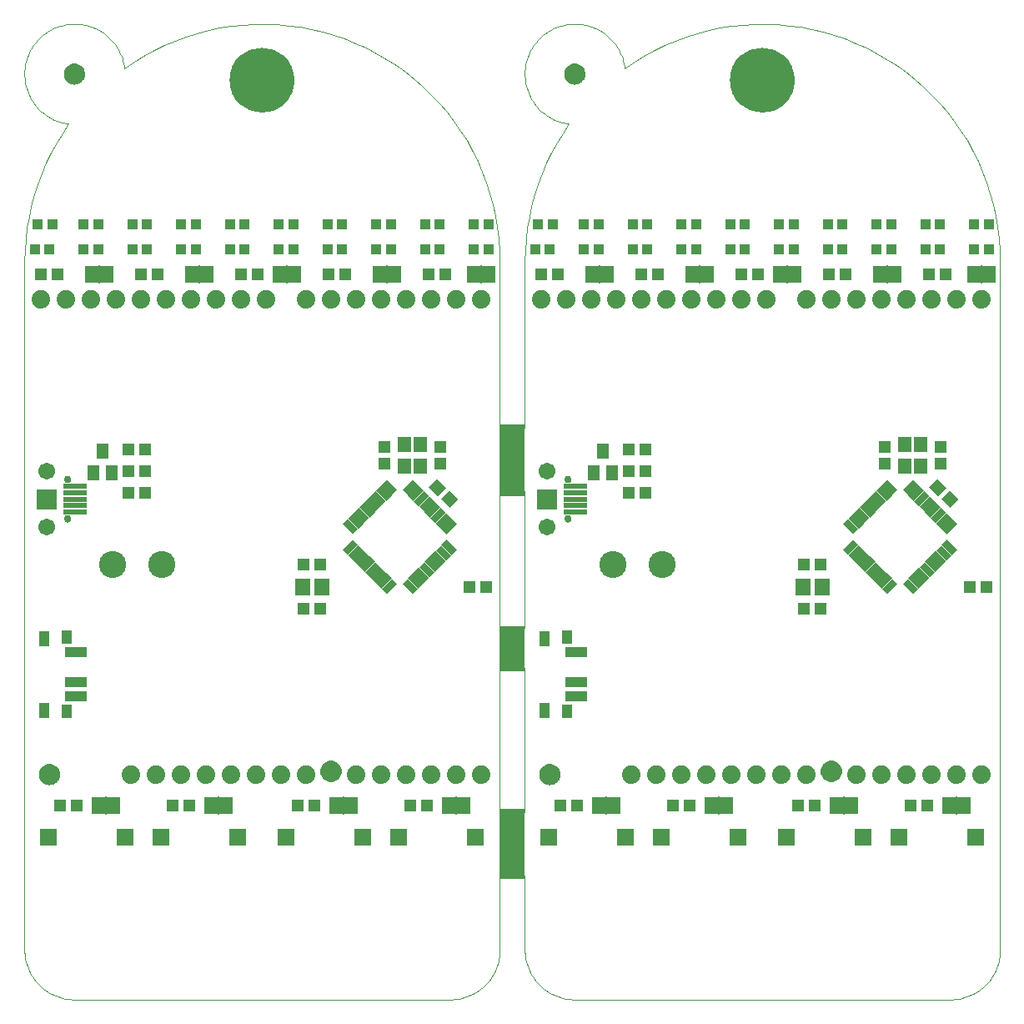
<source format=gts>
G75*
G70*
%OFA0B0*%
%FSLAX24Y24*%
%IPPOS*%
%LPD*%
%AMOC8*
5,1,8,0,0,1.08239X$1,22.5*
%
%ADD10C,0.0000*%
%ADD11C,0.2580*%
%ADD12C,0.0237*%
%ADD13R,0.1000X0.2812*%
%ADD14R,0.1000X0.2875*%
%ADD15R,0.1000X0.1813*%
%ADD16R,0.0580X0.0300*%
%ADD17R,0.0300X0.0580*%
%ADD18R,0.0474X0.0513*%
%ADD19C,0.0740*%
%ADD20R,0.0513X0.0474*%
%ADD21R,0.0395X0.0395*%
%ADD22R,0.0540X0.0710*%
%ADD23R,0.0060X0.0720*%
%ADD24R,0.0867X0.0395*%
%ADD25R,0.0395X0.0552*%
%ADD26R,0.0395X0.0631*%
%ADD27R,0.0592X0.0671*%
%ADD28C,0.0050*%
%ADD29R,0.0966X0.0237*%
%ADD30C,0.0297*%
%ADD31C,0.0674*%
%ADD32R,0.0828X0.0828*%
%ADD33R,0.0552X0.0631*%
%ADD34R,0.0671X0.0671*%
%ADD35C,0.1080*%
%ADD36R,0.0474X0.0631*%
D10*
X002655Y001008D02*
X017655Y001008D01*
X017750Y001010D01*
X017845Y001017D01*
X017940Y001028D01*
X018034Y001044D01*
X018127Y001064D01*
X018218Y001089D01*
X018309Y001118D01*
X018398Y001151D01*
X018486Y001189D01*
X018571Y001230D01*
X018655Y001276D01*
X018736Y001325D01*
X018815Y001379D01*
X018891Y001436D01*
X018965Y001497D01*
X019035Y001561D01*
X019102Y001628D01*
X019166Y001698D01*
X019227Y001772D01*
X019284Y001848D01*
X019338Y001927D01*
X019387Y002008D01*
X019433Y002092D01*
X019474Y002177D01*
X019512Y002265D01*
X019545Y002354D01*
X019574Y002445D01*
X019599Y002536D01*
X019619Y002629D01*
X019635Y002723D01*
X019646Y002818D01*
X019653Y002913D01*
X019655Y003008D01*
X019655Y005820D01*
X019657Y005864D01*
X019663Y005907D01*
X019672Y005949D01*
X019685Y005991D01*
X019702Y006031D01*
X019722Y006070D01*
X019745Y006107D01*
X019772Y006141D01*
X019801Y006174D01*
X019834Y006203D01*
X019868Y006230D01*
X019905Y006253D01*
X019944Y006273D01*
X019984Y006290D01*
X020026Y006303D01*
X020068Y006312D01*
X020111Y006318D01*
X020155Y006320D01*
X019701Y006445D02*
X019703Y006463D01*
X019709Y006479D01*
X019718Y006494D01*
X019731Y006507D01*
X019746Y006516D01*
X019762Y006522D01*
X019780Y006524D01*
X019798Y006522D01*
X019814Y006516D01*
X019829Y006507D01*
X019842Y006494D01*
X019851Y006479D01*
X019857Y006463D01*
X019859Y006445D01*
X019857Y006427D01*
X019851Y006411D01*
X019842Y006396D01*
X019829Y006383D01*
X019814Y006374D01*
X019798Y006368D01*
X019780Y006366D01*
X019762Y006368D01*
X019746Y006374D01*
X019731Y006383D01*
X019718Y006396D01*
X019709Y006411D01*
X019703Y006427D01*
X019701Y006445D01*
X019701Y006758D02*
X019703Y006776D01*
X019709Y006792D01*
X019718Y006807D01*
X019731Y006820D01*
X019746Y006829D01*
X019762Y006835D01*
X019780Y006837D01*
X019798Y006835D01*
X019814Y006829D01*
X019829Y006820D01*
X019842Y006807D01*
X019851Y006792D01*
X019857Y006776D01*
X019859Y006758D01*
X019857Y006740D01*
X019851Y006724D01*
X019842Y006709D01*
X019829Y006696D01*
X019814Y006687D01*
X019798Y006681D01*
X019780Y006679D01*
X019762Y006681D01*
X019746Y006687D01*
X019731Y006696D01*
X019718Y006709D01*
X019709Y006724D01*
X019703Y006740D01*
X019701Y006758D01*
X019701Y007070D02*
X019703Y007088D01*
X019709Y007104D01*
X019718Y007119D01*
X019731Y007132D01*
X019746Y007141D01*
X019762Y007147D01*
X019780Y007149D01*
X019798Y007147D01*
X019814Y007141D01*
X019829Y007132D01*
X019842Y007119D01*
X019851Y007104D01*
X019857Y007088D01*
X019859Y007070D01*
X019857Y007052D01*
X019851Y007036D01*
X019842Y007021D01*
X019829Y007008D01*
X019814Y006999D01*
X019798Y006993D01*
X019780Y006991D01*
X019762Y006993D01*
X019746Y006999D01*
X019731Y007008D01*
X019718Y007021D01*
X019709Y007036D01*
X019703Y007052D01*
X019701Y007070D01*
X019701Y007383D02*
X019703Y007401D01*
X019709Y007417D01*
X019718Y007432D01*
X019731Y007445D01*
X019746Y007454D01*
X019762Y007460D01*
X019780Y007462D01*
X019798Y007460D01*
X019814Y007454D01*
X019829Y007445D01*
X019842Y007432D01*
X019851Y007417D01*
X019857Y007401D01*
X019859Y007383D01*
X019857Y007365D01*
X019851Y007349D01*
X019842Y007334D01*
X019829Y007321D01*
X019814Y007312D01*
X019798Y007306D01*
X019780Y007304D01*
X019762Y007306D01*
X019746Y007312D01*
X019731Y007321D01*
X019718Y007334D01*
X019709Y007349D01*
X019703Y007365D01*
X019701Y007383D01*
X019701Y007695D02*
X019703Y007713D01*
X019709Y007729D01*
X019718Y007744D01*
X019731Y007757D01*
X019746Y007766D01*
X019762Y007772D01*
X019780Y007774D01*
X019798Y007772D01*
X019814Y007766D01*
X019829Y007757D01*
X019842Y007744D01*
X019851Y007729D01*
X019857Y007713D01*
X019859Y007695D01*
X019857Y007677D01*
X019851Y007661D01*
X019842Y007646D01*
X019829Y007633D01*
X019814Y007624D01*
X019798Y007618D01*
X019780Y007616D01*
X019762Y007618D01*
X019746Y007624D01*
X019731Y007633D01*
X019718Y007646D01*
X019709Y007661D01*
X019703Y007677D01*
X019701Y007695D01*
X019701Y008008D02*
X019703Y008026D01*
X019709Y008042D01*
X019718Y008057D01*
X019731Y008070D01*
X019746Y008079D01*
X019762Y008085D01*
X019780Y008087D01*
X019798Y008085D01*
X019814Y008079D01*
X019829Y008070D01*
X019842Y008057D01*
X019851Y008042D01*
X019857Y008026D01*
X019859Y008008D01*
X019857Y007990D01*
X019851Y007974D01*
X019842Y007959D01*
X019829Y007946D01*
X019814Y007937D01*
X019798Y007931D01*
X019780Y007929D01*
X019762Y007931D01*
X019746Y007937D01*
X019731Y007946D01*
X019718Y007959D01*
X019709Y007974D01*
X019703Y007990D01*
X019701Y008008D01*
X019655Y008633D02*
X019655Y014133D01*
X019657Y014177D01*
X019663Y014220D01*
X019672Y014262D01*
X019685Y014304D01*
X019702Y014344D01*
X019722Y014383D01*
X019745Y014420D01*
X019772Y014454D01*
X019801Y014487D01*
X019834Y014516D01*
X019868Y014543D01*
X019905Y014566D01*
X019944Y014586D01*
X019984Y014603D01*
X020026Y014616D01*
X020068Y014625D01*
X020111Y014631D01*
X020155Y014633D01*
X019701Y014758D02*
X019703Y014776D01*
X019709Y014792D01*
X019718Y014807D01*
X019731Y014820D01*
X019746Y014829D01*
X019762Y014835D01*
X019780Y014837D01*
X019798Y014835D01*
X019814Y014829D01*
X019829Y014820D01*
X019842Y014807D01*
X019851Y014792D01*
X019857Y014776D01*
X019859Y014758D01*
X019857Y014740D01*
X019851Y014724D01*
X019842Y014709D01*
X019829Y014696D01*
X019814Y014687D01*
X019798Y014681D01*
X019780Y014679D01*
X019762Y014681D01*
X019746Y014687D01*
X019731Y014696D01*
X019718Y014709D01*
X019709Y014724D01*
X019703Y014740D01*
X019701Y014758D01*
X019701Y015070D02*
X019703Y015088D01*
X019709Y015104D01*
X019718Y015119D01*
X019731Y015132D01*
X019746Y015141D01*
X019762Y015147D01*
X019780Y015149D01*
X019798Y015147D01*
X019814Y015141D01*
X019829Y015132D01*
X019842Y015119D01*
X019851Y015104D01*
X019857Y015088D01*
X019859Y015070D01*
X019857Y015052D01*
X019851Y015036D01*
X019842Y015021D01*
X019829Y015008D01*
X019814Y014999D01*
X019798Y014993D01*
X019780Y014991D01*
X019762Y014993D01*
X019746Y014999D01*
X019731Y015008D01*
X019718Y015021D01*
X019709Y015036D01*
X019703Y015052D01*
X019701Y015070D01*
X019701Y015383D02*
X019703Y015401D01*
X019709Y015417D01*
X019718Y015432D01*
X019731Y015445D01*
X019746Y015454D01*
X019762Y015460D01*
X019780Y015462D01*
X019798Y015460D01*
X019814Y015454D01*
X019829Y015445D01*
X019842Y015432D01*
X019851Y015417D01*
X019857Y015401D01*
X019859Y015383D01*
X019857Y015365D01*
X019851Y015349D01*
X019842Y015334D01*
X019829Y015321D01*
X019814Y015312D01*
X019798Y015306D01*
X019780Y015304D01*
X019762Y015306D01*
X019746Y015312D01*
X019731Y015321D01*
X019718Y015334D01*
X019709Y015349D01*
X019703Y015365D01*
X019701Y015383D01*
X019655Y016008D02*
X019655Y021195D01*
X019657Y021239D01*
X019663Y021282D01*
X019672Y021324D01*
X019685Y021366D01*
X019702Y021406D01*
X019722Y021445D01*
X019745Y021482D01*
X019772Y021516D01*
X019801Y021549D01*
X019834Y021578D01*
X019868Y021605D01*
X019905Y021628D01*
X019944Y021648D01*
X019984Y021665D01*
X020026Y021678D01*
X020068Y021687D01*
X020111Y021693D01*
X020155Y021695D01*
X019701Y021820D02*
X019703Y021838D01*
X019709Y021854D01*
X019718Y021869D01*
X019731Y021882D01*
X019746Y021891D01*
X019762Y021897D01*
X019780Y021899D01*
X019798Y021897D01*
X019814Y021891D01*
X019829Y021882D01*
X019842Y021869D01*
X019851Y021854D01*
X019857Y021838D01*
X019859Y021820D01*
X019857Y021802D01*
X019851Y021786D01*
X019842Y021771D01*
X019829Y021758D01*
X019814Y021749D01*
X019798Y021743D01*
X019780Y021741D01*
X019762Y021743D01*
X019746Y021749D01*
X019731Y021758D01*
X019718Y021771D01*
X019709Y021786D01*
X019703Y021802D01*
X019701Y021820D01*
X019701Y022133D02*
X019703Y022151D01*
X019709Y022167D01*
X019718Y022182D01*
X019731Y022195D01*
X019746Y022204D01*
X019762Y022210D01*
X019780Y022212D01*
X019798Y022210D01*
X019814Y022204D01*
X019829Y022195D01*
X019842Y022182D01*
X019851Y022167D01*
X019857Y022151D01*
X019859Y022133D01*
X019857Y022115D01*
X019851Y022099D01*
X019842Y022084D01*
X019829Y022071D01*
X019814Y022062D01*
X019798Y022056D01*
X019780Y022054D01*
X019762Y022056D01*
X019746Y022062D01*
X019731Y022071D01*
X019718Y022084D01*
X019709Y022099D01*
X019703Y022115D01*
X019701Y022133D01*
X019701Y022445D02*
X019703Y022463D01*
X019709Y022479D01*
X019718Y022494D01*
X019731Y022507D01*
X019746Y022516D01*
X019762Y022522D01*
X019780Y022524D01*
X019798Y022522D01*
X019814Y022516D01*
X019829Y022507D01*
X019842Y022494D01*
X019851Y022479D01*
X019857Y022463D01*
X019859Y022445D01*
X019857Y022427D01*
X019851Y022411D01*
X019842Y022396D01*
X019829Y022383D01*
X019814Y022374D01*
X019798Y022368D01*
X019780Y022366D01*
X019762Y022368D01*
X019746Y022374D01*
X019731Y022383D01*
X019718Y022396D01*
X019709Y022411D01*
X019703Y022427D01*
X019701Y022445D01*
X019701Y022758D02*
X019703Y022776D01*
X019709Y022792D01*
X019718Y022807D01*
X019731Y022820D01*
X019746Y022829D01*
X019762Y022835D01*
X019780Y022837D01*
X019798Y022835D01*
X019814Y022829D01*
X019829Y022820D01*
X019842Y022807D01*
X019851Y022792D01*
X019857Y022776D01*
X019859Y022758D01*
X019857Y022740D01*
X019851Y022724D01*
X019842Y022709D01*
X019829Y022696D01*
X019814Y022687D01*
X019798Y022681D01*
X019780Y022679D01*
X019762Y022681D01*
X019746Y022687D01*
X019731Y022696D01*
X019718Y022709D01*
X019709Y022724D01*
X019703Y022740D01*
X019701Y022758D01*
X019701Y023070D02*
X019703Y023088D01*
X019709Y023104D01*
X019718Y023119D01*
X019731Y023132D01*
X019746Y023141D01*
X019762Y023147D01*
X019780Y023149D01*
X019798Y023147D01*
X019814Y023141D01*
X019829Y023132D01*
X019842Y023119D01*
X019851Y023104D01*
X019857Y023088D01*
X019859Y023070D01*
X019857Y023052D01*
X019851Y023036D01*
X019842Y023021D01*
X019829Y023008D01*
X019814Y022999D01*
X019798Y022993D01*
X019780Y022991D01*
X019762Y022993D01*
X019746Y022999D01*
X019731Y023008D01*
X019718Y023021D01*
X019709Y023036D01*
X019703Y023052D01*
X019701Y023070D01*
X019701Y023383D02*
X019703Y023401D01*
X019709Y023417D01*
X019718Y023432D01*
X019731Y023445D01*
X019746Y023454D01*
X019762Y023460D01*
X019780Y023462D01*
X019798Y023460D01*
X019814Y023454D01*
X019829Y023445D01*
X019842Y023432D01*
X019851Y023417D01*
X019857Y023401D01*
X019859Y023383D01*
X019857Y023365D01*
X019851Y023349D01*
X019842Y023334D01*
X019829Y023321D01*
X019814Y023312D01*
X019798Y023306D01*
X019780Y023304D01*
X019762Y023306D01*
X019746Y023312D01*
X019731Y023321D01*
X019718Y023334D01*
X019709Y023349D01*
X019703Y023365D01*
X019701Y023383D01*
X019655Y024008D02*
X019655Y030508D01*
X020655Y030508D02*
X020655Y024008D01*
X020653Y023964D01*
X020647Y023921D01*
X020638Y023879D01*
X020625Y023837D01*
X020608Y023797D01*
X020588Y023758D01*
X020565Y023721D01*
X020538Y023687D01*
X020509Y023654D01*
X020476Y023625D01*
X020442Y023598D01*
X020405Y023575D01*
X020366Y023555D01*
X020326Y023538D01*
X020284Y023525D01*
X020242Y023516D01*
X020199Y023510D01*
X020155Y023508D01*
X020451Y023383D02*
X020453Y023401D01*
X020459Y023417D01*
X020468Y023432D01*
X020481Y023445D01*
X020496Y023454D01*
X020512Y023460D01*
X020530Y023462D01*
X020548Y023460D01*
X020564Y023454D01*
X020579Y023445D01*
X020592Y023432D01*
X020601Y023417D01*
X020607Y023401D01*
X020609Y023383D01*
X020607Y023365D01*
X020601Y023349D01*
X020592Y023334D01*
X020579Y023321D01*
X020564Y023312D01*
X020548Y023306D01*
X020530Y023304D01*
X020512Y023306D01*
X020496Y023312D01*
X020481Y023321D01*
X020468Y023334D01*
X020459Y023349D01*
X020453Y023365D01*
X020451Y023383D01*
X020451Y023070D02*
X020453Y023088D01*
X020459Y023104D01*
X020468Y023119D01*
X020481Y023132D01*
X020496Y023141D01*
X020512Y023147D01*
X020530Y023149D01*
X020548Y023147D01*
X020564Y023141D01*
X020579Y023132D01*
X020592Y023119D01*
X020601Y023104D01*
X020607Y023088D01*
X020609Y023070D01*
X020607Y023052D01*
X020601Y023036D01*
X020592Y023021D01*
X020579Y023008D01*
X020564Y022999D01*
X020548Y022993D01*
X020530Y022991D01*
X020512Y022993D01*
X020496Y022999D01*
X020481Y023008D01*
X020468Y023021D01*
X020459Y023036D01*
X020453Y023052D01*
X020451Y023070D01*
X020451Y022758D02*
X020453Y022776D01*
X020459Y022792D01*
X020468Y022807D01*
X020481Y022820D01*
X020496Y022829D01*
X020512Y022835D01*
X020530Y022837D01*
X020548Y022835D01*
X020564Y022829D01*
X020579Y022820D01*
X020592Y022807D01*
X020601Y022792D01*
X020607Y022776D01*
X020609Y022758D01*
X020607Y022740D01*
X020601Y022724D01*
X020592Y022709D01*
X020579Y022696D01*
X020564Y022687D01*
X020548Y022681D01*
X020530Y022679D01*
X020512Y022681D01*
X020496Y022687D01*
X020481Y022696D01*
X020468Y022709D01*
X020459Y022724D01*
X020453Y022740D01*
X020451Y022758D01*
X020451Y022445D02*
X020453Y022463D01*
X020459Y022479D01*
X020468Y022494D01*
X020481Y022507D01*
X020496Y022516D01*
X020512Y022522D01*
X020530Y022524D01*
X020548Y022522D01*
X020564Y022516D01*
X020579Y022507D01*
X020592Y022494D01*
X020601Y022479D01*
X020607Y022463D01*
X020609Y022445D01*
X020607Y022427D01*
X020601Y022411D01*
X020592Y022396D01*
X020579Y022383D01*
X020564Y022374D01*
X020548Y022368D01*
X020530Y022366D01*
X020512Y022368D01*
X020496Y022374D01*
X020481Y022383D01*
X020468Y022396D01*
X020459Y022411D01*
X020453Y022427D01*
X020451Y022445D01*
X020451Y022133D02*
X020453Y022151D01*
X020459Y022167D01*
X020468Y022182D01*
X020481Y022195D01*
X020496Y022204D01*
X020512Y022210D01*
X020530Y022212D01*
X020548Y022210D01*
X020564Y022204D01*
X020579Y022195D01*
X020592Y022182D01*
X020601Y022167D01*
X020607Y022151D01*
X020609Y022133D01*
X020607Y022115D01*
X020601Y022099D01*
X020592Y022084D01*
X020579Y022071D01*
X020564Y022062D01*
X020548Y022056D01*
X020530Y022054D01*
X020512Y022056D01*
X020496Y022062D01*
X020481Y022071D01*
X020468Y022084D01*
X020459Y022099D01*
X020453Y022115D01*
X020451Y022133D01*
X020451Y021820D02*
X020453Y021838D01*
X020459Y021854D01*
X020468Y021869D01*
X020481Y021882D01*
X020496Y021891D01*
X020512Y021897D01*
X020530Y021899D01*
X020548Y021897D01*
X020564Y021891D01*
X020579Y021882D01*
X020592Y021869D01*
X020601Y021854D01*
X020607Y021838D01*
X020609Y021820D01*
X020607Y021802D01*
X020601Y021786D01*
X020592Y021771D01*
X020579Y021758D01*
X020564Y021749D01*
X020548Y021743D01*
X020530Y021741D01*
X020512Y021743D01*
X020496Y021749D01*
X020481Y021758D01*
X020468Y021771D01*
X020459Y021786D01*
X020453Y021802D01*
X020451Y021820D01*
X020655Y021195D02*
X020655Y016008D01*
X020653Y015964D01*
X020647Y015921D01*
X020638Y015879D01*
X020625Y015837D01*
X020608Y015797D01*
X020588Y015758D01*
X020565Y015721D01*
X020538Y015687D01*
X020509Y015654D01*
X020476Y015625D01*
X020442Y015598D01*
X020405Y015575D01*
X020366Y015555D01*
X020326Y015538D01*
X020284Y015525D01*
X020242Y015516D01*
X020199Y015510D01*
X020155Y015508D01*
X020451Y015383D02*
X020453Y015401D01*
X020459Y015417D01*
X020468Y015432D01*
X020481Y015445D01*
X020496Y015454D01*
X020512Y015460D01*
X020530Y015462D01*
X020548Y015460D01*
X020564Y015454D01*
X020579Y015445D01*
X020592Y015432D01*
X020601Y015417D01*
X020607Y015401D01*
X020609Y015383D01*
X020607Y015365D01*
X020601Y015349D01*
X020592Y015334D01*
X020579Y015321D01*
X020564Y015312D01*
X020548Y015306D01*
X020530Y015304D01*
X020512Y015306D01*
X020496Y015312D01*
X020481Y015321D01*
X020468Y015334D01*
X020459Y015349D01*
X020453Y015365D01*
X020451Y015383D01*
X020451Y015070D02*
X020453Y015088D01*
X020459Y015104D01*
X020468Y015119D01*
X020481Y015132D01*
X020496Y015141D01*
X020512Y015147D01*
X020530Y015149D01*
X020548Y015147D01*
X020564Y015141D01*
X020579Y015132D01*
X020592Y015119D01*
X020601Y015104D01*
X020607Y015088D01*
X020609Y015070D01*
X020607Y015052D01*
X020601Y015036D01*
X020592Y015021D01*
X020579Y015008D01*
X020564Y014999D01*
X020548Y014993D01*
X020530Y014991D01*
X020512Y014993D01*
X020496Y014999D01*
X020481Y015008D01*
X020468Y015021D01*
X020459Y015036D01*
X020453Y015052D01*
X020451Y015070D01*
X020451Y014758D02*
X020453Y014776D01*
X020459Y014792D01*
X020468Y014807D01*
X020481Y014820D01*
X020496Y014829D01*
X020512Y014835D01*
X020530Y014837D01*
X020548Y014835D01*
X020564Y014829D01*
X020579Y014820D01*
X020592Y014807D01*
X020601Y014792D01*
X020607Y014776D01*
X020609Y014758D01*
X020607Y014740D01*
X020601Y014724D01*
X020592Y014709D01*
X020579Y014696D01*
X020564Y014687D01*
X020548Y014681D01*
X020530Y014679D01*
X020512Y014681D01*
X020496Y014687D01*
X020481Y014696D01*
X020468Y014709D01*
X020459Y014724D01*
X020453Y014740D01*
X020451Y014758D01*
X020655Y014133D02*
X020655Y008633D01*
X020653Y008589D01*
X020647Y008546D01*
X020638Y008504D01*
X020625Y008462D01*
X020608Y008422D01*
X020588Y008383D01*
X020565Y008346D01*
X020538Y008312D01*
X020509Y008279D01*
X020476Y008250D01*
X020442Y008223D01*
X020405Y008200D01*
X020366Y008180D01*
X020326Y008163D01*
X020284Y008150D01*
X020242Y008141D01*
X020199Y008135D01*
X020155Y008133D01*
X020451Y008008D02*
X020453Y008026D01*
X020459Y008042D01*
X020468Y008057D01*
X020481Y008070D01*
X020496Y008079D01*
X020512Y008085D01*
X020530Y008087D01*
X020548Y008085D01*
X020564Y008079D01*
X020579Y008070D01*
X020592Y008057D01*
X020601Y008042D01*
X020607Y008026D01*
X020609Y008008D01*
X020607Y007990D01*
X020601Y007974D01*
X020592Y007959D01*
X020579Y007946D01*
X020564Y007937D01*
X020548Y007931D01*
X020530Y007929D01*
X020512Y007931D01*
X020496Y007937D01*
X020481Y007946D01*
X020468Y007959D01*
X020459Y007974D01*
X020453Y007990D01*
X020451Y008008D01*
X020451Y007695D02*
X020453Y007713D01*
X020459Y007729D01*
X020468Y007744D01*
X020481Y007757D01*
X020496Y007766D01*
X020512Y007772D01*
X020530Y007774D01*
X020548Y007772D01*
X020564Y007766D01*
X020579Y007757D01*
X020592Y007744D01*
X020601Y007729D01*
X020607Y007713D01*
X020609Y007695D01*
X020607Y007677D01*
X020601Y007661D01*
X020592Y007646D01*
X020579Y007633D01*
X020564Y007624D01*
X020548Y007618D01*
X020530Y007616D01*
X020512Y007618D01*
X020496Y007624D01*
X020481Y007633D01*
X020468Y007646D01*
X020459Y007661D01*
X020453Y007677D01*
X020451Y007695D01*
X020451Y007383D02*
X020453Y007401D01*
X020459Y007417D01*
X020468Y007432D01*
X020481Y007445D01*
X020496Y007454D01*
X020512Y007460D01*
X020530Y007462D01*
X020548Y007460D01*
X020564Y007454D01*
X020579Y007445D01*
X020592Y007432D01*
X020601Y007417D01*
X020607Y007401D01*
X020609Y007383D01*
X020607Y007365D01*
X020601Y007349D01*
X020592Y007334D01*
X020579Y007321D01*
X020564Y007312D01*
X020548Y007306D01*
X020530Y007304D01*
X020512Y007306D01*
X020496Y007312D01*
X020481Y007321D01*
X020468Y007334D01*
X020459Y007349D01*
X020453Y007365D01*
X020451Y007383D01*
X020451Y007070D02*
X020453Y007088D01*
X020459Y007104D01*
X020468Y007119D01*
X020481Y007132D01*
X020496Y007141D01*
X020512Y007147D01*
X020530Y007149D01*
X020548Y007147D01*
X020564Y007141D01*
X020579Y007132D01*
X020592Y007119D01*
X020601Y007104D01*
X020607Y007088D01*
X020609Y007070D01*
X020607Y007052D01*
X020601Y007036D01*
X020592Y007021D01*
X020579Y007008D01*
X020564Y006999D01*
X020548Y006993D01*
X020530Y006991D01*
X020512Y006993D01*
X020496Y006999D01*
X020481Y007008D01*
X020468Y007021D01*
X020459Y007036D01*
X020453Y007052D01*
X020451Y007070D01*
X020451Y006758D02*
X020453Y006776D01*
X020459Y006792D01*
X020468Y006807D01*
X020481Y006820D01*
X020496Y006829D01*
X020512Y006835D01*
X020530Y006837D01*
X020548Y006835D01*
X020564Y006829D01*
X020579Y006820D01*
X020592Y006807D01*
X020601Y006792D01*
X020607Y006776D01*
X020609Y006758D01*
X020607Y006740D01*
X020601Y006724D01*
X020592Y006709D01*
X020579Y006696D01*
X020564Y006687D01*
X020548Y006681D01*
X020530Y006679D01*
X020512Y006681D01*
X020496Y006687D01*
X020481Y006696D01*
X020468Y006709D01*
X020459Y006724D01*
X020453Y006740D01*
X020451Y006758D01*
X020451Y006445D02*
X020453Y006463D01*
X020459Y006479D01*
X020468Y006494D01*
X020481Y006507D01*
X020496Y006516D01*
X020512Y006522D01*
X020530Y006524D01*
X020548Y006522D01*
X020564Y006516D01*
X020579Y006507D01*
X020592Y006494D01*
X020601Y006479D01*
X020607Y006463D01*
X020609Y006445D01*
X020607Y006427D01*
X020601Y006411D01*
X020592Y006396D01*
X020579Y006383D01*
X020564Y006374D01*
X020548Y006368D01*
X020530Y006366D01*
X020512Y006368D01*
X020496Y006374D01*
X020481Y006383D01*
X020468Y006396D01*
X020459Y006411D01*
X020453Y006427D01*
X020451Y006445D01*
X020655Y005820D02*
X020655Y003008D01*
X020657Y002913D01*
X020664Y002818D01*
X020675Y002723D01*
X020691Y002629D01*
X020711Y002536D01*
X020736Y002445D01*
X020765Y002354D01*
X020798Y002265D01*
X020836Y002177D01*
X020877Y002092D01*
X020923Y002008D01*
X020972Y001927D01*
X021026Y001848D01*
X021083Y001772D01*
X021144Y001698D01*
X021208Y001628D01*
X021275Y001561D01*
X021345Y001497D01*
X021419Y001436D01*
X021495Y001379D01*
X021574Y001325D01*
X021655Y001276D01*
X021739Y001230D01*
X021824Y001189D01*
X021912Y001151D01*
X022001Y001118D01*
X022092Y001089D01*
X022183Y001064D01*
X022276Y001044D01*
X022370Y001028D01*
X022465Y001017D01*
X022560Y001010D01*
X022655Y001008D01*
X037655Y001008D01*
X037750Y001010D01*
X037845Y001017D01*
X037940Y001028D01*
X038034Y001044D01*
X038127Y001064D01*
X038218Y001089D01*
X038309Y001118D01*
X038398Y001151D01*
X038486Y001189D01*
X038571Y001230D01*
X038655Y001276D01*
X038736Y001325D01*
X038815Y001379D01*
X038891Y001436D01*
X038965Y001497D01*
X039035Y001561D01*
X039102Y001628D01*
X039166Y001698D01*
X039227Y001772D01*
X039284Y001848D01*
X039338Y001927D01*
X039387Y002008D01*
X039433Y002092D01*
X039474Y002177D01*
X039512Y002265D01*
X039545Y002354D01*
X039574Y002445D01*
X039599Y002536D01*
X039619Y002629D01*
X039635Y002723D01*
X039646Y002818D01*
X039653Y002913D01*
X039655Y003008D01*
X039655Y030508D01*
X039644Y030970D01*
X039610Y031431D01*
X039554Y031890D01*
X039476Y032345D01*
X039375Y032796D01*
X039253Y033242D01*
X039109Y033681D01*
X038944Y034113D01*
X038759Y034536D01*
X038553Y034950D01*
X038327Y035353D01*
X038081Y035745D01*
X037817Y036124D01*
X037535Y036490D01*
X037235Y036842D01*
X036919Y037179D01*
X036586Y037500D01*
X036239Y037804D01*
X035877Y038092D01*
X035501Y038361D01*
X035113Y038612D01*
X034713Y038843D01*
X034302Y039055D01*
X033881Y039247D01*
X033452Y039418D01*
X033015Y039567D01*
X032571Y039696D01*
X032121Y039802D01*
X031667Y039887D01*
X031209Y039949D01*
X030748Y039989D01*
X030287Y040007D01*
X029824Y040002D01*
X029363Y039975D01*
X028904Y039925D01*
X028447Y039853D01*
X027995Y039759D01*
X027547Y039643D01*
X027106Y039505D01*
X026672Y039346D01*
X026246Y039167D01*
X025830Y038966D01*
X025424Y038746D01*
X025028Y038506D01*
X024646Y038247D01*
X024645Y038248D02*
X024631Y038344D01*
X024612Y038440D01*
X024589Y038535D01*
X024561Y038628D01*
X024528Y038720D01*
X024492Y038810D01*
X024450Y038898D01*
X024405Y038984D01*
X024356Y039068D01*
X024302Y039150D01*
X024245Y039228D01*
X024183Y039304D01*
X024119Y039377D01*
X024050Y039446D01*
X023979Y039513D01*
X023904Y039575D01*
X023826Y039634D01*
X023746Y039689D01*
X023663Y039740D01*
X023578Y039787D01*
X023490Y039830D01*
X023401Y039868D01*
X023309Y039902D01*
X023217Y039932D01*
X023123Y039957D01*
X023027Y039977D01*
X022931Y039993D01*
X022834Y040004D01*
X022737Y040010D01*
X022640Y040012D01*
X022542Y040009D01*
X022445Y040001D01*
X022349Y039988D01*
X022253Y039971D01*
X022158Y039949D01*
X022064Y039923D01*
X021972Y039892D01*
X021881Y039857D01*
X021792Y039817D01*
X021705Y039773D01*
X021621Y039724D01*
X021538Y039672D01*
X021459Y039616D01*
X021382Y039556D01*
X021308Y039492D01*
X021238Y039425D01*
X021171Y039355D01*
X021107Y039281D01*
X021047Y039204D01*
X020991Y039125D01*
X020939Y039042D01*
X020890Y038958D01*
X020846Y038871D01*
X020806Y038782D01*
X020771Y038691D01*
X020740Y038599D01*
X020714Y038505D01*
X020692Y038410D01*
X020675Y038314D01*
X020662Y038218D01*
X020654Y038121D01*
X020651Y038023D01*
X020653Y037926D01*
X020659Y037829D01*
X020670Y037732D01*
X020686Y037636D01*
X020706Y037540D01*
X020731Y037446D01*
X020761Y037354D01*
X020795Y037262D01*
X020833Y037173D01*
X020876Y037085D01*
X020923Y037000D01*
X020974Y036917D01*
X021029Y036837D01*
X021088Y036759D01*
X021150Y036684D01*
X021217Y036613D01*
X021286Y036544D01*
X021359Y036480D01*
X021435Y036418D01*
X021513Y036361D01*
X021595Y036307D01*
X021679Y036258D01*
X021765Y036213D01*
X021853Y036171D01*
X021943Y036135D01*
X022035Y036102D01*
X022128Y036074D01*
X022223Y036051D01*
X022319Y036032D01*
X022415Y036018D01*
X028905Y037758D02*
X028907Y037828D01*
X028913Y037898D01*
X028923Y037967D01*
X028936Y038036D01*
X028954Y038104D01*
X028975Y038171D01*
X029000Y038236D01*
X029029Y038300D01*
X029061Y038363D01*
X029097Y038423D01*
X029136Y038481D01*
X029178Y038537D01*
X029223Y038591D01*
X029271Y038642D01*
X029322Y038690D01*
X029376Y038735D01*
X029432Y038777D01*
X029490Y038816D01*
X029550Y038852D01*
X029613Y038884D01*
X029677Y038913D01*
X029742Y038938D01*
X029809Y038959D01*
X029877Y038977D01*
X029946Y038990D01*
X030015Y039000D01*
X030085Y039006D01*
X030155Y039008D01*
X030225Y039006D01*
X030295Y039000D01*
X030364Y038990D01*
X030433Y038977D01*
X030501Y038959D01*
X030568Y038938D01*
X030633Y038913D01*
X030697Y038884D01*
X030760Y038852D01*
X030820Y038816D01*
X030878Y038777D01*
X030934Y038735D01*
X030988Y038690D01*
X031039Y038642D01*
X031087Y038591D01*
X031132Y038537D01*
X031174Y038481D01*
X031213Y038423D01*
X031249Y038363D01*
X031281Y038300D01*
X031310Y038236D01*
X031335Y038171D01*
X031356Y038104D01*
X031374Y038036D01*
X031387Y037967D01*
X031397Y037898D01*
X031403Y037828D01*
X031405Y037758D01*
X031403Y037688D01*
X031397Y037618D01*
X031387Y037549D01*
X031374Y037480D01*
X031356Y037412D01*
X031335Y037345D01*
X031310Y037280D01*
X031281Y037216D01*
X031249Y037153D01*
X031213Y037093D01*
X031174Y037035D01*
X031132Y036979D01*
X031087Y036925D01*
X031039Y036874D01*
X030988Y036826D01*
X030934Y036781D01*
X030878Y036739D01*
X030820Y036700D01*
X030760Y036664D01*
X030697Y036632D01*
X030633Y036603D01*
X030568Y036578D01*
X030501Y036557D01*
X030433Y036539D01*
X030364Y036526D01*
X030295Y036516D01*
X030225Y036510D01*
X030155Y036508D01*
X030085Y036510D01*
X030015Y036516D01*
X029946Y036526D01*
X029877Y036539D01*
X029809Y036557D01*
X029742Y036578D01*
X029677Y036603D01*
X029613Y036632D01*
X029550Y036664D01*
X029490Y036700D01*
X029432Y036739D01*
X029376Y036781D01*
X029322Y036826D01*
X029271Y036874D01*
X029223Y036925D01*
X029178Y036979D01*
X029136Y037035D01*
X029097Y037093D01*
X029061Y037153D01*
X029029Y037216D01*
X029000Y037280D01*
X028975Y037345D01*
X028954Y037412D01*
X028936Y037480D01*
X028923Y037549D01*
X028913Y037618D01*
X028907Y037688D01*
X028905Y037758D01*
X022416Y036017D02*
X022162Y035643D01*
X021927Y035257D01*
X021711Y034860D01*
X021513Y034454D01*
X021335Y034038D01*
X021177Y033614D01*
X021040Y033184D01*
X020923Y032747D01*
X020827Y032305D01*
X020752Y031860D01*
X020698Y031411D01*
X020666Y030960D01*
X020655Y030508D01*
X019655Y024008D02*
X019657Y023964D01*
X019663Y023921D01*
X019672Y023879D01*
X019685Y023837D01*
X019702Y023797D01*
X019722Y023758D01*
X019745Y023721D01*
X019772Y023687D01*
X019801Y023654D01*
X019834Y023625D01*
X019868Y023598D01*
X019905Y023575D01*
X019944Y023555D01*
X019984Y023538D01*
X020026Y023525D01*
X020068Y023516D01*
X020111Y023510D01*
X020155Y023508D01*
X020155Y021695D02*
X020199Y021693D01*
X020242Y021687D01*
X020284Y021678D01*
X020326Y021665D01*
X020366Y021648D01*
X020405Y021628D01*
X020442Y021605D01*
X020476Y021578D01*
X020509Y021549D01*
X020538Y021516D01*
X020565Y021482D01*
X020588Y021445D01*
X020608Y021406D01*
X020625Y021366D01*
X020638Y021324D01*
X020647Y021282D01*
X020653Y021239D01*
X020655Y021195D01*
X022269Y021795D02*
X022271Y021815D01*
X022277Y021835D01*
X022286Y021853D01*
X022299Y021870D01*
X022314Y021883D01*
X022332Y021893D01*
X022352Y021900D01*
X022372Y021903D01*
X022392Y021902D01*
X022412Y021897D01*
X022431Y021889D01*
X022448Y021877D01*
X022462Y021862D01*
X022473Y021844D01*
X022481Y021825D01*
X022485Y021805D01*
X022485Y021785D01*
X022481Y021765D01*
X022473Y021746D01*
X022462Y021728D01*
X022448Y021713D01*
X022431Y021701D01*
X022412Y021693D01*
X022392Y021688D01*
X022372Y021687D01*
X022352Y021690D01*
X022332Y021697D01*
X022314Y021707D01*
X022299Y021720D01*
X022286Y021737D01*
X022277Y021755D01*
X022271Y021775D01*
X022269Y021795D01*
X022269Y020220D02*
X022271Y020240D01*
X022277Y020260D01*
X022286Y020278D01*
X022299Y020295D01*
X022314Y020308D01*
X022332Y020318D01*
X022352Y020325D01*
X022372Y020328D01*
X022392Y020327D01*
X022412Y020322D01*
X022431Y020314D01*
X022448Y020302D01*
X022462Y020287D01*
X022473Y020269D01*
X022481Y020250D01*
X022485Y020230D01*
X022485Y020210D01*
X022481Y020190D01*
X022473Y020171D01*
X022462Y020153D01*
X022448Y020138D01*
X022431Y020126D01*
X022412Y020118D01*
X022392Y020113D01*
X022372Y020112D01*
X022352Y020115D01*
X022332Y020122D01*
X022314Y020132D01*
X022299Y020145D01*
X022286Y020162D01*
X022277Y020180D01*
X022271Y020200D01*
X022269Y020220D01*
X019655Y016008D02*
X019657Y015964D01*
X019663Y015921D01*
X019672Y015879D01*
X019685Y015837D01*
X019702Y015797D01*
X019722Y015758D01*
X019745Y015721D01*
X019772Y015687D01*
X019801Y015654D01*
X019834Y015625D01*
X019868Y015598D01*
X019905Y015575D01*
X019944Y015555D01*
X019984Y015538D01*
X020026Y015525D01*
X020068Y015516D01*
X020111Y015510D01*
X020155Y015508D01*
X020155Y014633D02*
X020199Y014631D01*
X020242Y014625D01*
X020284Y014616D01*
X020326Y014603D01*
X020366Y014586D01*
X020405Y014566D01*
X020442Y014543D01*
X020476Y014516D01*
X020509Y014487D01*
X020538Y014454D01*
X020565Y014420D01*
X020588Y014383D01*
X020608Y014344D01*
X020625Y014304D01*
X020638Y014262D01*
X020647Y014220D01*
X020653Y014177D01*
X020655Y014133D01*
X019655Y008633D02*
X019657Y008589D01*
X019663Y008546D01*
X019672Y008504D01*
X019685Y008462D01*
X019702Y008422D01*
X019722Y008383D01*
X019745Y008346D01*
X019772Y008312D01*
X019801Y008279D01*
X019834Y008250D01*
X019868Y008223D01*
X019905Y008200D01*
X019944Y008180D01*
X019984Y008163D01*
X020026Y008150D01*
X020068Y008141D01*
X020111Y008135D01*
X020155Y008133D01*
X020155Y006320D02*
X020199Y006318D01*
X020242Y006312D01*
X020284Y006303D01*
X020326Y006290D01*
X020366Y006273D01*
X020405Y006253D01*
X020442Y006230D01*
X020476Y006203D01*
X020509Y006174D01*
X020538Y006141D01*
X020565Y006107D01*
X020588Y006070D01*
X020608Y006031D01*
X020625Y005991D01*
X020638Y005949D01*
X020647Y005907D01*
X020653Y005864D01*
X020655Y005820D01*
X002655Y001008D02*
X002560Y001010D01*
X002465Y001017D01*
X002370Y001028D01*
X002276Y001044D01*
X002183Y001064D01*
X002092Y001089D01*
X002001Y001118D01*
X001912Y001151D01*
X001824Y001189D01*
X001739Y001230D01*
X001655Y001276D01*
X001574Y001325D01*
X001495Y001379D01*
X001419Y001436D01*
X001345Y001497D01*
X001275Y001561D01*
X001208Y001628D01*
X001144Y001698D01*
X001083Y001772D01*
X001026Y001848D01*
X000972Y001927D01*
X000923Y002008D01*
X000877Y002092D01*
X000836Y002177D01*
X000798Y002265D01*
X000765Y002354D01*
X000736Y002445D01*
X000711Y002536D01*
X000691Y002629D01*
X000675Y002723D01*
X000664Y002818D01*
X000657Y002913D01*
X000655Y003008D01*
X000655Y030508D01*
X002415Y036018D02*
X002319Y036032D01*
X002223Y036051D01*
X002128Y036074D01*
X002035Y036102D01*
X001943Y036135D01*
X001853Y036171D01*
X001765Y036213D01*
X001679Y036258D01*
X001595Y036307D01*
X001513Y036361D01*
X001435Y036418D01*
X001359Y036480D01*
X001286Y036544D01*
X001217Y036613D01*
X001150Y036684D01*
X001088Y036759D01*
X001029Y036837D01*
X000974Y036917D01*
X000923Y037000D01*
X000876Y037085D01*
X000833Y037173D01*
X000795Y037262D01*
X000761Y037354D01*
X000731Y037446D01*
X000706Y037540D01*
X000686Y037636D01*
X000670Y037732D01*
X000659Y037829D01*
X000653Y037926D01*
X000651Y038023D01*
X000654Y038121D01*
X000662Y038218D01*
X000675Y038314D01*
X000692Y038410D01*
X000714Y038505D01*
X000740Y038599D01*
X000771Y038691D01*
X000806Y038782D01*
X000846Y038871D01*
X000890Y038958D01*
X000939Y039042D01*
X000991Y039125D01*
X001047Y039204D01*
X001107Y039281D01*
X001171Y039355D01*
X001238Y039425D01*
X001308Y039492D01*
X001382Y039556D01*
X001459Y039616D01*
X001538Y039672D01*
X001621Y039724D01*
X001705Y039773D01*
X001792Y039817D01*
X001881Y039857D01*
X001972Y039892D01*
X002064Y039923D01*
X002158Y039949D01*
X002253Y039971D01*
X002349Y039988D01*
X002445Y040001D01*
X002542Y040009D01*
X002640Y040012D01*
X002737Y040010D01*
X002834Y040004D01*
X002931Y039993D01*
X003027Y039977D01*
X003123Y039957D01*
X003217Y039932D01*
X003309Y039902D01*
X003401Y039868D01*
X003490Y039830D01*
X003578Y039787D01*
X003663Y039740D01*
X003746Y039689D01*
X003826Y039634D01*
X003904Y039575D01*
X003979Y039513D01*
X004050Y039446D01*
X004119Y039377D01*
X004183Y039304D01*
X004245Y039228D01*
X004302Y039150D01*
X004356Y039068D01*
X004405Y038984D01*
X004450Y038898D01*
X004492Y038810D01*
X004528Y038720D01*
X004561Y038628D01*
X004589Y038535D01*
X004612Y038440D01*
X004631Y038344D01*
X004645Y038248D01*
X008905Y037758D02*
X008907Y037828D01*
X008913Y037898D01*
X008923Y037967D01*
X008936Y038036D01*
X008954Y038104D01*
X008975Y038171D01*
X009000Y038236D01*
X009029Y038300D01*
X009061Y038363D01*
X009097Y038423D01*
X009136Y038481D01*
X009178Y038537D01*
X009223Y038591D01*
X009271Y038642D01*
X009322Y038690D01*
X009376Y038735D01*
X009432Y038777D01*
X009490Y038816D01*
X009550Y038852D01*
X009613Y038884D01*
X009677Y038913D01*
X009742Y038938D01*
X009809Y038959D01*
X009877Y038977D01*
X009946Y038990D01*
X010015Y039000D01*
X010085Y039006D01*
X010155Y039008D01*
X010225Y039006D01*
X010295Y039000D01*
X010364Y038990D01*
X010433Y038977D01*
X010501Y038959D01*
X010568Y038938D01*
X010633Y038913D01*
X010697Y038884D01*
X010760Y038852D01*
X010820Y038816D01*
X010878Y038777D01*
X010934Y038735D01*
X010988Y038690D01*
X011039Y038642D01*
X011087Y038591D01*
X011132Y038537D01*
X011174Y038481D01*
X011213Y038423D01*
X011249Y038363D01*
X011281Y038300D01*
X011310Y038236D01*
X011335Y038171D01*
X011356Y038104D01*
X011374Y038036D01*
X011387Y037967D01*
X011397Y037898D01*
X011403Y037828D01*
X011405Y037758D01*
X011403Y037688D01*
X011397Y037618D01*
X011387Y037549D01*
X011374Y037480D01*
X011356Y037412D01*
X011335Y037345D01*
X011310Y037280D01*
X011281Y037216D01*
X011249Y037153D01*
X011213Y037093D01*
X011174Y037035D01*
X011132Y036979D01*
X011087Y036925D01*
X011039Y036874D01*
X010988Y036826D01*
X010934Y036781D01*
X010878Y036739D01*
X010820Y036700D01*
X010760Y036664D01*
X010697Y036632D01*
X010633Y036603D01*
X010568Y036578D01*
X010501Y036557D01*
X010433Y036539D01*
X010364Y036526D01*
X010295Y036516D01*
X010225Y036510D01*
X010155Y036508D01*
X010085Y036510D01*
X010015Y036516D01*
X009946Y036526D01*
X009877Y036539D01*
X009809Y036557D01*
X009742Y036578D01*
X009677Y036603D01*
X009613Y036632D01*
X009550Y036664D01*
X009490Y036700D01*
X009432Y036739D01*
X009376Y036781D01*
X009322Y036826D01*
X009271Y036874D01*
X009223Y036925D01*
X009178Y036979D01*
X009136Y037035D01*
X009097Y037093D01*
X009061Y037153D01*
X009029Y037216D01*
X009000Y037280D01*
X008975Y037345D01*
X008954Y037412D01*
X008936Y037480D01*
X008923Y037549D01*
X008913Y037618D01*
X008907Y037688D01*
X008905Y037758D01*
X004646Y038247D02*
X005028Y038506D01*
X005424Y038746D01*
X005830Y038966D01*
X006246Y039167D01*
X006672Y039346D01*
X007106Y039505D01*
X007547Y039643D01*
X007995Y039759D01*
X008447Y039853D01*
X008904Y039925D01*
X009363Y039975D01*
X009824Y040002D01*
X010287Y040007D01*
X010748Y039989D01*
X011209Y039949D01*
X011667Y039887D01*
X012121Y039802D01*
X012571Y039696D01*
X013015Y039567D01*
X013452Y039418D01*
X013881Y039247D01*
X014302Y039055D01*
X014713Y038843D01*
X015113Y038612D01*
X015501Y038361D01*
X015877Y038092D01*
X016239Y037804D01*
X016586Y037500D01*
X016919Y037179D01*
X017235Y036842D01*
X017535Y036490D01*
X017817Y036124D01*
X018081Y035745D01*
X018327Y035353D01*
X018553Y034950D01*
X018759Y034536D01*
X018944Y034113D01*
X019109Y033681D01*
X019253Y033242D01*
X019375Y032796D01*
X019476Y032345D01*
X019554Y031890D01*
X019610Y031431D01*
X019644Y030970D01*
X019655Y030508D01*
X002416Y036017D02*
X002162Y035643D01*
X001927Y035257D01*
X001711Y034860D01*
X001513Y034454D01*
X001335Y034038D01*
X001177Y033614D01*
X001040Y033184D01*
X000923Y032747D01*
X000827Y032305D01*
X000752Y031860D01*
X000698Y031411D01*
X000666Y030960D01*
X000655Y030508D01*
X002269Y021795D02*
X002271Y021815D01*
X002277Y021835D01*
X002286Y021853D01*
X002299Y021870D01*
X002314Y021883D01*
X002332Y021893D01*
X002352Y021900D01*
X002372Y021903D01*
X002392Y021902D01*
X002412Y021897D01*
X002431Y021889D01*
X002448Y021877D01*
X002462Y021862D01*
X002473Y021844D01*
X002481Y021825D01*
X002485Y021805D01*
X002485Y021785D01*
X002481Y021765D01*
X002473Y021746D01*
X002462Y021728D01*
X002448Y021713D01*
X002431Y021701D01*
X002412Y021693D01*
X002392Y021688D01*
X002372Y021687D01*
X002352Y021690D01*
X002332Y021697D01*
X002314Y021707D01*
X002299Y021720D01*
X002286Y021737D01*
X002277Y021755D01*
X002271Y021775D01*
X002269Y021795D01*
X002269Y020220D02*
X002271Y020240D01*
X002277Y020260D01*
X002286Y020278D01*
X002299Y020295D01*
X002314Y020308D01*
X002332Y020318D01*
X002352Y020325D01*
X002372Y020328D01*
X002392Y020327D01*
X002412Y020322D01*
X002431Y020314D01*
X002448Y020302D01*
X002462Y020287D01*
X002473Y020269D01*
X002481Y020250D01*
X002485Y020230D01*
X002485Y020210D01*
X002481Y020190D01*
X002473Y020171D01*
X002462Y020153D01*
X002448Y020138D01*
X002431Y020126D01*
X002412Y020118D01*
X002392Y020113D01*
X002372Y020112D01*
X002352Y020115D01*
X002332Y020122D01*
X002314Y020132D01*
X002299Y020145D01*
X002286Y020162D01*
X002277Y020180D01*
X002271Y020200D01*
X002269Y020220D01*
D11*
X010155Y037758D03*
X030155Y037758D03*
D12*
X020530Y023383D03*
X020530Y023070D03*
X020530Y022758D03*
X020530Y022445D03*
X020530Y022133D03*
X020530Y021820D03*
X019780Y021820D03*
X019780Y022133D03*
X019780Y022445D03*
X019780Y022758D03*
X019780Y023070D03*
X019780Y023383D03*
X019780Y015383D03*
X019780Y015070D03*
X019780Y014758D03*
X020530Y014758D03*
X020530Y015070D03*
X020530Y015383D03*
X020530Y008008D03*
X020530Y007695D03*
X020530Y007383D03*
X020530Y007070D03*
X020530Y006758D03*
X020530Y006445D03*
X019780Y006445D03*
X019780Y006758D03*
X019780Y007070D03*
X019780Y007383D03*
X019780Y007695D03*
X019780Y008008D03*
D13*
X020155Y007227D03*
D14*
X020155Y022570D03*
D15*
X020155Y015039D03*
D16*
G36*
X017319Y019825D02*
X017728Y020234D01*
X017941Y020021D01*
X017532Y019612D01*
X017319Y019825D01*
G37*
G36*
X017096Y020048D02*
X017505Y020457D01*
X017718Y020244D01*
X017309Y019835D01*
X017096Y020048D01*
G37*
G36*
X016873Y020271D02*
X017282Y020680D01*
X017495Y020467D01*
X017086Y020058D01*
X016873Y020271D01*
G37*
G36*
X016650Y020493D02*
X017059Y020902D01*
X017272Y020689D01*
X016863Y020280D01*
X016650Y020493D01*
G37*
G36*
X016428Y020716D02*
X016837Y021125D01*
X017050Y020912D01*
X016641Y020503D01*
X016428Y020716D01*
G37*
G36*
X016205Y020939D02*
X016614Y021348D01*
X016827Y021135D01*
X016418Y020726D01*
X016205Y020939D01*
G37*
G36*
X015982Y021162D02*
X016391Y021571D01*
X016604Y021358D01*
X016195Y020949D01*
X015982Y021162D01*
G37*
G36*
X015760Y021384D02*
X016169Y021793D01*
X016382Y021580D01*
X015973Y021171D01*
X015760Y021384D01*
G37*
G36*
X013370Y018994D02*
X013779Y019403D01*
X013992Y019190D01*
X013583Y018781D01*
X013370Y018994D01*
G37*
G36*
X013592Y018772D02*
X014001Y019181D01*
X014214Y018968D01*
X013805Y018559D01*
X013592Y018772D01*
G37*
G36*
X013815Y018549D02*
X014224Y018958D01*
X014437Y018745D01*
X014028Y018336D01*
X013815Y018549D01*
G37*
G36*
X014038Y018326D02*
X014447Y018735D01*
X014660Y018522D01*
X014251Y018113D01*
X014038Y018326D01*
G37*
G36*
X014260Y018103D02*
X014669Y018512D01*
X014882Y018299D01*
X014473Y017890D01*
X014260Y018103D01*
G37*
G36*
X014483Y017881D02*
X014892Y018290D01*
X015105Y018077D01*
X014696Y017668D01*
X014483Y017881D01*
G37*
G36*
X014706Y017658D02*
X015115Y018067D01*
X015328Y017854D01*
X014919Y017445D01*
X014706Y017658D01*
G37*
G36*
X014929Y017435D02*
X015338Y017844D01*
X015551Y017631D01*
X015142Y017222D01*
X014929Y017435D01*
G37*
G36*
X033370Y018994D02*
X033779Y019403D01*
X033992Y019190D01*
X033583Y018781D01*
X033370Y018994D01*
G37*
G36*
X033592Y018772D02*
X034001Y019181D01*
X034214Y018968D01*
X033805Y018559D01*
X033592Y018772D01*
G37*
G36*
X033815Y018549D02*
X034224Y018958D01*
X034437Y018745D01*
X034028Y018336D01*
X033815Y018549D01*
G37*
G36*
X034038Y018326D02*
X034447Y018735D01*
X034660Y018522D01*
X034251Y018113D01*
X034038Y018326D01*
G37*
G36*
X034260Y018103D02*
X034669Y018512D01*
X034882Y018299D01*
X034473Y017890D01*
X034260Y018103D01*
G37*
G36*
X034483Y017881D02*
X034892Y018290D01*
X035105Y018077D01*
X034696Y017668D01*
X034483Y017881D01*
G37*
G36*
X034706Y017658D02*
X035115Y018067D01*
X035328Y017854D01*
X034919Y017445D01*
X034706Y017658D01*
G37*
G36*
X034929Y017435D02*
X035338Y017844D01*
X035551Y017631D01*
X035142Y017222D01*
X034929Y017435D01*
G37*
G36*
X037319Y019825D02*
X037728Y020234D01*
X037941Y020021D01*
X037532Y019612D01*
X037319Y019825D01*
G37*
G36*
X037096Y020048D02*
X037505Y020457D01*
X037718Y020244D01*
X037309Y019835D01*
X037096Y020048D01*
G37*
G36*
X036873Y020271D02*
X037282Y020680D01*
X037495Y020467D01*
X037086Y020058D01*
X036873Y020271D01*
G37*
G36*
X036650Y020493D02*
X037059Y020902D01*
X037272Y020689D01*
X036863Y020280D01*
X036650Y020493D01*
G37*
G36*
X036428Y020716D02*
X036837Y021125D01*
X037050Y020912D01*
X036641Y020503D01*
X036428Y020716D01*
G37*
G36*
X036205Y020939D02*
X036614Y021348D01*
X036827Y021135D01*
X036418Y020726D01*
X036205Y020939D01*
G37*
G36*
X035982Y021162D02*
X036391Y021571D01*
X036604Y021358D01*
X036195Y020949D01*
X035982Y021162D01*
G37*
G36*
X035760Y021384D02*
X036169Y021793D01*
X036382Y021580D01*
X035973Y021171D01*
X035760Y021384D01*
G37*
D17*
G36*
X034929Y021580D02*
X035142Y021793D01*
X035551Y021384D01*
X035338Y021171D01*
X034929Y021580D01*
G37*
G36*
X034706Y021358D02*
X034919Y021571D01*
X035328Y021162D01*
X035115Y020949D01*
X034706Y021358D01*
G37*
G36*
X034483Y021135D02*
X034696Y021348D01*
X035105Y020939D01*
X034892Y020726D01*
X034483Y021135D01*
G37*
G36*
X034260Y020912D02*
X034473Y021125D01*
X034882Y020716D01*
X034669Y020503D01*
X034260Y020912D01*
G37*
G36*
X034038Y020689D02*
X034251Y020902D01*
X034660Y020493D01*
X034447Y020280D01*
X034038Y020689D01*
G37*
G36*
X033815Y020467D02*
X034028Y020680D01*
X034437Y020271D01*
X034224Y020058D01*
X033815Y020467D01*
G37*
G36*
X033592Y020244D02*
X033805Y020457D01*
X034214Y020048D01*
X034001Y019835D01*
X033592Y020244D01*
G37*
G36*
X033370Y020021D02*
X033583Y020234D01*
X033992Y019825D01*
X033779Y019612D01*
X033370Y020021D01*
G37*
G36*
X035760Y017631D02*
X035973Y017844D01*
X036382Y017435D01*
X036169Y017222D01*
X035760Y017631D01*
G37*
G36*
X035982Y017854D02*
X036195Y018067D01*
X036604Y017658D01*
X036391Y017445D01*
X035982Y017854D01*
G37*
G36*
X036205Y018077D02*
X036418Y018290D01*
X036827Y017881D01*
X036614Y017668D01*
X036205Y018077D01*
G37*
G36*
X036428Y018299D02*
X036641Y018512D01*
X037050Y018103D01*
X036837Y017890D01*
X036428Y018299D01*
G37*
G36*
X036650Y018522D02*
X036863Y018735D01*
X037272Y018326D01*
X037059Y018113D01*
X036650Y018522D01*
G37*
G36*
X036873Y018745D02*
X037086Y018958D01*
X037495Y018549D01*
X037282Y018336D01*
X036873Y018745D01*
G37*
G36*
X037096Y018968D02*
X037309Y019181D01*
X037718Y018772D01*
X037505Y018559D01*
X037096Y018968D01*
G37*
G36*
X037319Y019190D02*
X037532Y019403D01*
X037941Y018994D01*
X037728Y018781D01*
X037319Y019190D01*
G37*
G36*
X017319Y019190D02*
X017532Y019403D01*
X017941Y018994D01*
X017728Y018781D01*
X017319Y019190D01*
G37*
G36*
X017096Y018968D02*
X017309Y019181D01*
X017718Y018772D01*
X017505Y018559D01*
X017096Y018968D01*
G37*
G36*
X016873Y018745D02*
X017086Y018958D01*
X017495Y018549D01*
X017282Y018336D01*
X016873Y018745D01*
G37*
G36*
X016650Y018522D02*
X016863Y018735D01*
X017272Y018326D01*
X017059Y018113D01*
X016650Y018522D01*
G37*
G36*
X016428Y018299D02*
X016641Y018512D01*
X017050Y018103D01*
X016837Y017890D01*
X016428Y018299D01*
G37*
G36*
X016205Y018077D02*
X016418Y018290D01*
X016827Y017881D01*
X016614Y017668D01*
X016205Y018077D01*
G37*
G36*
X015982Y017854D02*
X016195Y018067D01*
X016604Y017658D01*
X016391Y017445D01*
X015982Y017854D01*
G37*
G36*
X015760Y017631D02*
X015973Y017844D01*
X016382Y017435D01*
X016169Y017222D01*
X015760Y017631D01*
G37*
G36*
X013370Y020021D02*
X013583Y020234D01*
X013992Y019825D01*
X013779Y019612D01*
X013370Y020021D01*
G37*
G36*
X013592Y020244D02*
X013805Y020457D01*
X014214Y020048D01*
X014001Y019835D01*
X013592Y020244D01*
G37*
G36*
X013815Y020467D02*
X014028Y020680D01*
X014437Y020271D01*
X014224Y020058D01*
X013815Y020467D01*
G37*
G36*
X014038Y020689D02*
X014251Y020902D01*
X014660Y020493D01*
X014447Y020280D01*
X014038Y020689D01*
G37*
G36*
X014260Y020912D02*
X014473Y021125D01*
X014882Y020716D01*
X014669Y020503D01*
X014260Y020912D01*
G37*
G36*
X014483Y021135D02*
X014696Y021348D01*
X015105Y020939D01*
X014892Y020726D01*
X014483Y021135D01*
G37*
G36*
X014706Y021358D02*
X014919Y021571D01*
X015328Y021162D01*
X015115Y020949D01*
X014706Y021358D01*
G37*
G36*
X014929Y021580D02*
X015142Y021793D01*
X015551Y021384D01*
X015338Y021171D01*
X014929Y021580D01*
G37*
D18*
X015030Y022423D03*
X015030Y023093D03*
X017280Y023093D03*
X017280Y022423D03*
X018445Y017508D03*
X019115Y017508D03*
X024820Y021258D03*
X025490Y021258D03*
X025490Y022133D03*
X024820Y022133D03*
X024820Y023008D03*
X025490Y023008D03*
X025320Y030008D03*
X025990Y030008D03*
X029320Y030008D03*
X029990Y030008D03*
X032820Y030008D03*
X033490Y030008D03*
X036820Y030008D03*
X037490Y030008D03*
X037280Y023093D03*
X037280Y022423D03*
X035030Y022423D03*
X035030Y023093D03*
X038445Y017508D03*
X039115Y017508D03*
X036740Y008758D03*
X036070Y008758D03*
X032240Y008758D03*
X031570Y008758D03*
X027240Y008758D03*
X026570Y008758D03*
X022740Y008758D03*
X022070Y008758D03*
X016740Y008758D03*
X016070Y008758D03*
X012240Y008758D03*
X011570Y008758D03*
X007240Y008758D03*
X006570Y008758D03*
X002740Y008758D03*
X002070Y008758D03*
X004820Y021258D03*
X005490Y021258D03*
X005490Y022133D03*
X004820Y022133D03*
X004820Y023008D03*
X005490Y023008D03*
X005320Y030008D03*
X005990Y030008D03*
X009320Y030008D03*
X009990Y030008D03*
X012820Y030008D03*
X013490Y030008D03*
X016820Y030008D03*
X017490Y030008D03*
X021320Y030008D03*
X021990Y030008D03*
X001990Y030008D03*
X001320Y030008D03*
D19*
X001305Y029008D03*
X002305Y029008D03*
X003305Y029008D03*
X004305Y029008D03*
X005305Y029008D03*
X006305Y029008D03*
X007305Y029008D03*
X008305Y029008D03*
X009305Y029008D03*
X010305Y029008D03*
X011905Y029008D03*
X012905Y029008D03*
X013905Y029008D03*
X014905Y029008D03*
X015905Y029008D03*
X016905Y029008D03*
X017905Y029008D03*
X018905Y029008D03*
X021305Y029008D03*
X022305Y029008D03*
X023305Y029008D03*
X024305Y029008D03*
X025305Y029008D03*
X026305Y029008D03*
X027305Y029008D03*
X028305Y029008D03*
X029305Y029008D03*
X030305Y029008D03*
X031905Y029008D03*
X032905Y029008D03*
X033905Y029008D03*
X034905Y029008D03*
X035905Y029008D03*
X036905Y029008D03*
X037905Y029008D03*
X038905Y029008D03*
X038905Y010008D03*
X037905Y010008D03*
X036905Y010008D03*
X035905Y010008D03*
X034905Y010008D03*
X033905Y010008D03*
X031905Y010008D03*
X030905Y010008D03*
X029905Y010008D03*
X028905Y010008D03*
X027905Y010008D03*
X026905Y010008D03*
X025905Y010008D03*
X024905Y010008D03*
X018905Y010008D03*
X017905Y010008D03*
X016905Y010008D03*
X015905Y010008D03*
X014905Y010008D03*
X013905Y010008D03*
X011905Y010008D03*
X010905Y010008D03*
X009905Y010008D03*
X008905Y010008D03*
X007905Y010008D03*
X006905Y010008D03*
X005905Y010008D03*
X004905Y010008D03*
D20*
X011820Y016633D03*
X012490Y016633D03*
X012490Y018383D03*
X011820Y018383D03*
G36*
X017181Y021146D02*
X016820Y021507D01*
X017155Y021842D01*
X017516Y021481D01*
X017181Y021146D01*
G37*
G36*
X017655Y020673D02*
X017294Y021034D01*
X017629Y021369D01*
X017990Y021008D01*
X017655Y020673D01*
G37*
X031820Y018383D03*
X032490Y018383D03*
X032490Y016633D03*
X031820Y016633D03*
G36*
X037181Y021146D02*
X036820Y021507D01*
X037155Y021842D01*
X037516Y021481D01*
X037181Y021146D01*
G37*
G36*
X037655Y020673D02*
X037294Y021034D01*
X037629Y021369D01*
X037990Y021008D01*
X037655Y020673D01*
G37*
D21*
X037250Y031008D03*
X036660Y031008D03*
X036660Y032008D03*
X037250Y032008D03*
X038610Y032008D03*
X039200Y032008D03*
X039200Y031008D03*
X038610Y031008D03*
X035300Y031008D03*
X034710Y031008D03*
X034710Y032008D03*
X035300Y032008D03*
X033350Y032008D03*
X032760Y032008D03*
X032760Y031008D03*
X033350Y031008D03*
X031400Y031008D03*
X030810Y031008D03*
X030810Y032008D03*
X031400Y032008D03*
X029450Y032008D03*
X028860Y032008D03*
X028860Y031008D03*
X029450Y031008D03*
X027500Y031008D03*
X026910Y031008D03*
X026910Y032008D03*
X027500Y032008D03*
X025550Y032008D03*
X024960Y032008D03*
X024960Y031008D03*
X025550Y031008D03*
X023600Y031008D03*
X023010Y031008D03*
X023010Y032008D03*
X023600Y032008D03*
X021775Y032008D03*
X021185Y032008D03*
X021060Y031008D03*
X021650Y031008D03*
X019200Y031008D03*
X018610Y031008D03*
X018610Y032008D03*
X019200Y032008D03*
X017250Y032008D03*
X016660Y032008D03*
X016660Y031008D03*
X017250Y031008D03*
X015300Y031008D03*
X014710Y031008D03*
X014710Y032008D03*
X015300Y032008D03*
X013350Y032008D03*
X012760Y032008D03*
X012760Y031008D03*
X013350Y031008D03*
X011400Y031008D03*
X010810Y031008D03*
X010810Y032008D03*
X011400Y032008D03*
X009450Y032008D03*
X008860Y032008D03*
X008860Y031008D03*
X009450Y031008D03*
X007500Y031008D03*
X006910Y031008D03*
X006910Y032008D03*
X007500Y032008D03*
X005550Y032008D03*
X004960Y032008D03*
X004960Y031008D03*
X005550Y031008D03*
X003600Y031008D03*
X003010Y031008D03*
X003010Y032008D03*
X003600Y032008D03*
X001775Y032008D03*
X001185Y032008D03*
X001060Y031008D03*
X001650Y031008D03*
D22*
X003355Y030008D03*
X003955Y030008D03*
X007355Y030008D03*
X007955Y030008D03*
X010855Y030008D03*
X011455Y030008D03*
X014855Y030008D03*
X015455Y030008D03*
X018605Y030008D03*
X019205Y030008D03*
X023355Y030008D03*
X023955Y030008D03*
X027355Y030008D03*
X027955Y030008D03*
X030855Y030008D03*
X031455Y030008D03*
X034855Y030008D03*
X035455Y030008D03*
X038605Y030008D03*
X039205Y030008D03*
X038205Y008758D03*
X037605Y008758D03*
X033705Y008758D03*
X033105Y008758D03*
X028705Y008758D03*
X028105Y008758D03*
X024205Y008758D03*
X023605Y008758D03*
X018205Y008758D03*
X017605Y008758D03*
X013705Y008758D03*
X013105Y008758D03*
X008705Y008758D03*
X008105Y008758D03*
X004205Y008758D03*
X003605Y008758D03*
D23*
X003905Y008758D03*
X008405Y008758D03*
X013405Y008758D03*
X017905Y008758D03*
X023905Y008758D03*
X028405Y008758D03*
X033405Y008758D03*
X037905Y008758D03*
X038905Y030008D03*
X035155Y030008D03*
X031155Y030008D03*
X027655Y030008D03*
X023655Y030008D03*
X018905Y030008D03*
X015155Y030008D03*
X011155Y030008D03*
X007655Y030008D03*
X003655Y030008D03*
D24*
X002693Y014894D03*
X002693Y013713D03*
X002693Y013122D03*
X022693Y013122D03*
X022693Y013713D03*
X022693Y014894D03*
D25*
X022358Y015484D03*
X022358Y012531D03*
X002358Y012531D03*
X002358Y015484D03*
D26*
X001452Y015445D03*
X001452Y012571D03*
X021452Y012571D03*
X021452Y015445D03*
D27*
X012529Y017508D03*
X011781Y017508D03*
X031781Y017508D03*
X032529Y017508D03*
D28*
X032905Y010527D02*
X032837Y010521D01*
X032770Y010503D01*
X032708Y010474D01*
X033102Y010474D01*
X033040Y010503D01*
X032973Y010521D01*
X032905Y010527D01*
X032857Y010522D02*
X032953Y010522D01*
X033102Y010474D02*
X033158Y010434D01*
X033207Y010386D01*
X033246Y010330D01*
X033275Y010268D01*
X033293Y010201D01*
X033299Y010133D01*
X033293Y010065D01*
X033275Y009998D01*
X033246Y009936D01*
X033207Y009880D01*
X033158Y009831D01*
X033102Y009792D01*
X033040Y009763D01*
X032973Y009745D01*
X032905Y009739D01*
X032837Y009745D01*
X032770Y009763D01*
X032708Y009792D01*
X032652Y009831D01*
X032604Y009880D01*
X032564Y009936D01*
X032535Y009998D01*
X032517Y010065D01*
X032511Y010133D01*
X032517Y010201D01*
X032535Y010268D01*
X032564Y010330D01*
X032604Y010386D01*
X032652Y010434D01*
X032708Y010474D01*
X032643Y010425D02*
X033167Y010425D01*
X033213Y010377D02*
X032597Y010377D01*
X032563Y010328D02*
X033247Y010328D01*
X033269Y010280D02*
X032541Y010280D01*
X032525Y010231D02*
X033285Y010231D01*
X033294Y010183D02*
X032516Y010183D01*
X032512Y010134D02*
X033299Y010134D01*
X033295Y010085D02*
X032516Y010085D01*
X032525Y010037D02*
X033285Y010037D01*
X033270Y009988D02*
X032540Y009988D01*
X032562Y009940D02*
X033248Y009940D01*
X033215Y009891D02*
X032595Y009891D01*
X032641Y009843D02*
X033170Y009843D01*
X033105Y009794D02*
X032705Y009794D01*
X032835Y009746D02*
X032975Y009746D01*
X022049Y010008D02*
X022043Y010076D01*
X022025Y010143D01*
X021996Y010205D01*
X021957Y010261D01*
X021908Y010309D01*
X021852Y010349D01*
X021790Y010378D01*
X021723Y010396D01*
X021655Y010402D01*
X021587Y010396D01*
X021520Y010378D01*
X021458Y010349D01*
X021402Y010309D01*
X021354Y010261D01*
X021314Y010205D01*
X021285Y010143D01*
X021267Y010076D01*
X021261Y010008D01*
X021267Y009940D01*
X022043Y009940D01*
X022049Y010008D01*
X022047Y009988D02*
X021263Y009988D01*
X021267Y009940D02*
X021285Y009873D01*
X021314Y009811D01*
X021354Y009755D01*
X021402Y009706D01*
X021458Y009667D01*
X021520Y009638D01*
X021587Y009620D01*
X021655Y009614D01*
X021723Y009620D01*
X021790Y009638D01*
X021852Y009667D01*
X021908Y009706D01*
X021957Y009755D01*
X021996Y009811D01*
X022025Y009873D01*
X022043Y009940D01*
X022030Y009891D02*
X021280Y009891D01*
X021299Y009843D02*
X022011Y009843D01*
X021984Y009794D02*
X021326Y009794D01*
X021363Y009746D02*
X021948Y009746D01*
X021895Y009697D02*
X021415Y009697D01*
X021498Y009649D02*
X021813Y009649D01*
X022046Y010037D02*
X021264Y010037D01*
X021270Y010085D02*
X022040Y010085D01*
X022027Y010134D02*
X021283Y010134D01*
X021304Y010183D02*
X022006Y010183D01*
X021978Y010231D02*
X021333Y010231D01*
X021372Y010280D02*
X021938Y010280D01*
X021881Y010328D02*
X021429Y010328D01*
X021518Y010377D02*
X021792Y010377D01*
X013299Y010133D02*
X013293Y010201D01*
X013275Y010268D01*
X013246Y010330D01*
X013207Y010386D01*
X013158Y010434D01*
X013102Y010474D01*
X012708Y010474D01*
X012652Y010434D01*
X012604Y010386D01*
X012564Y010330D01*
X012535Y010268D01*
X012517Y010201D01*
X012511Y010133D01*
X012517Y010065D01*
X012535Y009998D01*
X012564Y009936D01*
X012604Y009880D01*
X012652Y009831D01*
X012708Y009792D01*
X012770Y009763D01*
X012837Y009745D01*
X012905Y009739D01*
X012973Y009745D01*
X013040Y009763D01*
X013102Y009792D01*
X013158Y009831D01*
X013207Y009880D01*
X013246Y009936D01*
X013275Y009998D01*
X013293Y010065D01*
X013299Y010133D01*
X013299Y010134D02*
X012512Y010134D01*
X012516Y010085D02*
X013295Y010085D01*
X013285Y010037D02*
X012525Y010037D01*
X012540Y009988D02*
X013270Y009988D01*
X013248Y009940D02*
X012562Y009940D01*
X012595Y009891D02*
X013215Y009891D01*
X013170Y009843D02*
X012641Y009843D01*
X012705Y009794D02*
X013105Y009794D01*
X012975Y009746D02*
X012835Y009746D01*
X012516Y010183D02*
X013294Y010183D01*
X013285Y010231D02*
X012525Y010231D01*
X012541Y010280D02*
X013269Y010280D01*
X013247Y010328D02*
X012563Y010328D01*
X012597Y010377D02*
X013213Y010377D01*
X013167Y010425D02*
X012643Y010425D01*
X012708Y010474D02*
X012770Y010503D01*
X012837Y010521D01*
X012905Y010527D01*
X012973Y010521D01*
X013040Y010503D01*
X013102Y010474D01*
X012953Y010522D02*
X012857Y010522D01*
X002049Y010008D02*
X002043Y010076D01*
X002025Y010143D01*
X001996Y010205D01*
X001957Y010261D01*
X001908Y010309D01*
X001852Y010349D01*
X001790Y010378D01*
X001723Y010396D01*
X001655Y010402D01*
X001587Y010396D01*
X001520Y010378D01*
X001458Y010349D01*
X001402Y010309D01*
X001354Y010261D01*
X001314Y010205D01*
X001285Y010143D01*
X001267Y010076D01*
X001261Y010008D01*
X001267Y009940D01*
X002043Y009940D01*
X002049Y010008D01*
X002047Y009988D02*
X001263Y009988D01*
X001267Y009940D02*
X001285Y009873D01*
X001314Y009811D01*
X001354Y009755D01*
X001402Y009706D01*
X001458Y009667D01*
X001520Y009638D01*
X001587Y009620D01*
X001655Y009614D01*
X001723Y009620D01*
X001790Y009638D01*
X001852Y009667D01*
X001908Y009706D01*
X001957Y009755D01*
X001996Y009811D01*
X002025Y009873D01*
X002043Y009940D01*
X002030Y009891D02*
X001280Y009891D01*
X001299Y009843D02*
X002011Y009843D01*
X001984Y009794D02*
X001326Y009794D01*
X001363Y009746D02*
X001948Y009746D01*
X001895Y009697D02*
X001415Y009697D01*
X001498Y009649D02*
X001813Y009649D01*
X002046Y010037D02*
X001264Y010037D01*
X001270Y010085D02*
X002040Y010085D01*
X002027Y010134D02*
X001283Y010134D01*
X001304Y010183D02*
X002006Y010183D01*
X001978Y010231D02*
X001333Y010231D01*
X001372Y010280D02*
X001938Y010280D01*
X001881Y010328D02*
X001429Y010328D01*
X001518Y010377D02*
X001792Y010377D01*
X002655Y037614D02*
X002723Y037620D01*
X002790Y037638D01*
X002852Y037667D01*
X002908Y037706D01*
X002957Y037755D01*
X002353Y037755D01*
X002354Y037755D02*
X002402Y037706D01*
X002458Y037667D01*
X002520Y037638D01*
X002587Y037620D01*
X002655Y037614D01*
X002477Y037658D02*
X002833Y037658D01*
X002909Y037707D02*
X002402Y037707D01*
X002354Y037755D02*
X002314Y037811D01*
X002285Y037873D01*
X002267Y037940D01*
X002261Y038008D01*
X002267Y038076D01*
X002285Y038143D01*
X002314Y038205D01*
X002354Y038261D01*
X002402Y038309D01*
X002458Y038349D01*
X002520Y038378D01*
X002587Y038396D01*
X002655Y038402D01*
X002723Y038396D01*
X002790Y038378D01*
X002852Y038349D01*
X002908Y038309D01*
X002957Y038261D01*
X002996Y038205D01*
X003025Y038143D01*
X003043Y038076D01*
X003049Y038008D01*
X003043Y037940D01*
X003025Y037873D01*
X002996Y037811D01*
X002957Y037755D01*
X002991Y037804D02*
X002319Y037804D01*
X002295Y037852D02*
X003015Y037852D01*
X003032Y037901D02*
X002278Y037901D01*
X002267Y037949D02*
X003044Y037949D01*
X003048Y037998D02*
X002262Y037998D01*
X002265Y038046D02*
X003045Y038046D01*
X003038Y038095D02*
X002272Y038095D01*
X002286Y038144D02*
X003025Y038144D01*
X003002Y038192D02*
X002308Y038192D01*
X002339Y038241D02*
X002971Y038241D01*
X002929Y038289D02*
X002382Y038289D01*
X002442Y038338D02*
X002868Y038338D01*
X002758Y038386D02*
X002552Y038386D01*
X022261Y038008D02*
X022267Y038076D01*
X022285Y038143D01*
X022314Y038205D01*
X022354Y038261D01*
X022402Y038309D01*
X022458Y038349D01*
X022520Y038378D01*
X022587Y038396D01*
X022655Y038402D01*
X022723Y038396D01*
X022790Y038378D01*
X022852Y038349D01*
X022908Y038309D01*
X022957Y038261D01*
X022996Y038205D01*
X023025Y038143D01*
X023043Y038076D01*
X023049Y038008D01*
X023043Y037940D01*
X023025Y037873D01*
X022996Y037811D01*
X022957Y037755D01*
X022353Y037755D01*
X022354Y037755D02*
X022402Y037706D01*
X022458Y037667D01*
X022520Y037638D01*
X022587Y037620D01*
X022655Y037614D01*
X022723Y037620D01*
X022790Y037638D01*
X022852Y037667D01*
X022908Y037706D01*
X022957Y037755D01*
X022991Y037804D02*
X022319Y037804D01*
X022314Y037811D02*
X022354Y037755D01*
X022402Y037707D02*
X022909Y037707D01*
X022833Y037658D02*
X022477Y037658D01*
X022314Y037811D02*
X022285Y037873D01*
X022267Y037940D01*
X022261Y038008D01*
X022262Y037998D02*
X023048Y037998D01*
X023045Y038046D02*
X022265Y038046D01*
X022272Y038095D02*
X023038Y038095D01*
X023025Y038144D02*
X022286Y038144D01*
X022308Y038192D02*
X023002Y038192D01*
X022971Y038241D02*
X022339Y038241D01*
X022382Y038289D02*
X022929Y038289D01*
X022868Y038338D02*
X022442Y038338D01*
X022552Y038386D02*
X022758Y038386D01*
X023044Y037949D02*
X022267Y037949D01*
X022278Y037901D02*
X023032Y037901D01*
X023015Y037852D02*
X022295Y037852D01*
D29*
X022682Y021520D03*
X022682Y021264D03*
X022682Y021008D03*
X022682Y020752D03*
X022682Y020496D03*
X002682Y020496D03*
X002682Y020752D03*
X002682Y021008D03*
X002682Y021264D03*
X002682Y021520D03*
D30*
X002377Y021795D03*
X002377Y020220D03*
X022377Y020220D03*
X022377Y021795D03*
D31*
X021530Y022120D03*
X021530Y019896D03*
X001530Y019896D03*
X001530Y022120D03*
D32*
X001530Y021008D03*
X021530Y021008D03*
D33*
X016470Y022325D03*
X015840Y022325D03*
X015840Y023191D03*
X016470Y023191D03*
X035840Y023191D03*
X036470Y023191D03*
X036470Y022325D03*
X035840Y022325D03*
D34*
X035620Y007508D03*
X034191Y007508D03*
X031120Y007508D03*
X029191Y007508D03*
X026120Y007508D03*
X024691Y007508D03*
X021620Y007508D03*
X018691Y007508D03*
X015620Y007508D03*
X014191Y007508D03*
X011120Y007508D03*
X009191Y007508D03*
X006120Y007508D03*
X004691Y007508D03*
X001620Y007508D03*
X038691Y007508D03*
D35*
X026139Y018383D03*
X024171Y018383D03*
X006139Y018383D03*
X004171Y018383D03*
D36*
X004154Y022075D03*
X003406Y022075D03*
X003780Y022941D03*
X023406Y022075D03*
X024154Y022075D03*
X023780Y022941D03*
M02*

</source>
